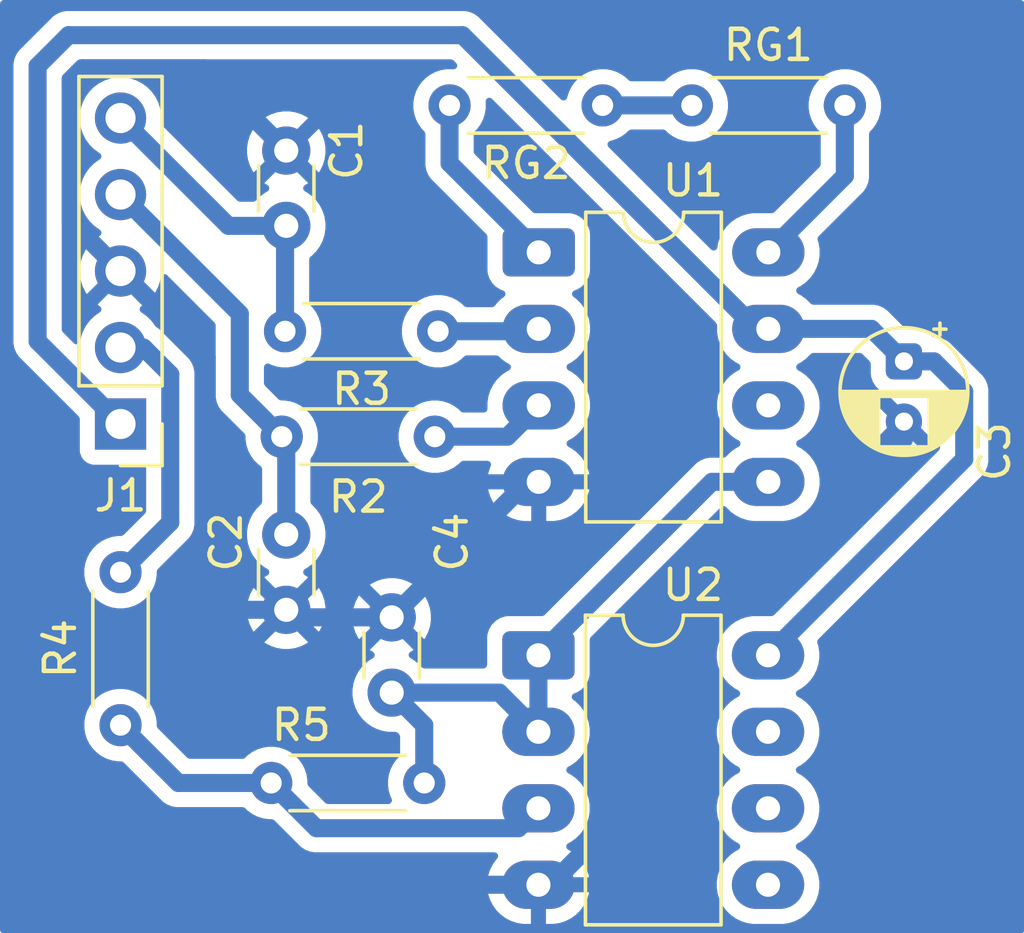
<source format=kicad_pcb>
(kicad_pcb (version 20241229) (generator "pcbnew") (generator_version "9.0")
  (layers (0 "F.Cu" signal) (2 "B.Cu" signal) (13 "F.Paste" user) (15 "B.Paste" user) (5 "F.SilkS" user "F.Silkscreen") (7 "B.SilkS" user "B.Silkscreen") (1 "F.Mask" user) (3 "B.Mask" user) (25 "Edge.Cuts" user))
  (net 0 "")
  (net 2 "/V5")
  (net 3 "GND")
  (net 4 "/V3.3")
  (net 5 "Net-(U1--)")
  (net 6 "Net-(U1-+)")
  (net 7 "Net-(RG1-Pad1)")
  (net 8 "Net-(RG1-Pad2)")
  (net 9 "Net-(RG2-Pad2)")
  (net 10 "/IN+")
  (net 11 "/IN-")
  (net 12 "Net-(U1-Ref)")
  (net 13 "Net-(U2A-+)")
  (footprint "Resistor_THT:R_Axial_DIN0204_L3.6mm_D1.6mm_P5.08mm_Horizontal" (layer "F.Cu") (at 122 159 -90)
    (property "Reference" "R4" (at 2.54 2 90) (layer "F.SilkS"))
    (property "Value" "1k2")
    (fp_line (start 0.62 0.92) (end 4.46 0.92) (stroke (width 0.12)) (layer "F.SilkS"))
    (fp_line (start 0.62 -0.92) (end 4.46 -0.92) (stroke (width 0.12)) (layer "F.SilkS"))
    (pad "1" thru_hole circle (at 0 0 270) (size 1.4 1.4) (drill 0.7) (layers "*.Cu" "*.Mask") (net 4 "/V3.3"))
    (pad "2" thru_hole circle (at 5.08 0 270) (size 1.4 1.4) (drill 0.7) (layers "*.Cu" "*.Mask") (net 13 "Net-(U2A-+)"))
  )
  (footprint "Capacitor_THT:CP_Radial_D4.0mm_P2.00mm" (layer "F.Cu") (at 148 152 -90)
    (property "Reference" "C3" (at 3 -3 90) (layer "F.SilkS"))
    (property "Value" "10u")
    (fp_line (start 1.2 0.84) (end 1.2 2.071) (stroke (width 0.12)) (layer "F.SilkS"))
    (fp_line (start 1.24 0.84) (end 1.24 2.066) (stroke (width 0.12)) (layer "F.SilkS"))
    (fp_line (start 1.28 0.84) (end 1.28 2.061) (stroke (width 0.12)) (layer "F.SilkS"))
    (fp_line (start 1.32 0.84) (end 1.32 2.056) (stroke (width 0.12)) (layer "F.SilkS"))
    (fp_line (start 1.36 0.84) (end 1.36 2.049) (stroke (width 0.12)) (layer "F.SilkS"))
    (fp_line (start 1.4 0.84) (end 1.4 2.042) (stroke (width 0.12)) (layer "F.SilkS"))
    (fp_line (start 1.44 0.84) (end 1.44 2.034) (stroke (width 0.12)) (layer "F.SilkS"))
    (fp_line (start 1.48 0.84) (end 1.48 2.025) (stroke (width 0.12)) (layer "F.SilkS"))
    (fp_line (start 1.52 0.84) (end 1.52 2.015) (stroke (width 0.12)) (layer "F.SilkS"))
    (fp_line (start 1.56 0.84) (end 1.56 2.005) (stroke (width 0.12)) (layer "F.SilkS"))
    (fp_line (start 1.6 0.84) (end 1.6 1.993) (stroke (width 0.12)) (layer "F.SilkS"))
    (fp_line (start 1.64 0.84) (end 1.64 1.981) (stroke (width 0.12)) (layer "F.SilkS"))
    (fp_line (start 1.68 0.84) (end 1.68 1.968) (stroke (width 0.12)) (layer "F.SilkS"))
    (fp_line (start 1.72 0.84) (end 1.72 1.954) (stroke (width 0.12)) (layer "F.SilkS"))
    (fp_line (start 1.76 0.84) (end 1.76 1.939) (stroke (width 0.12)) (layer "F.SilkS"))
    (fp_line (start 1.8 0.84) (end 1.8 1.923) (stroke (width 0.12)) (layer "F.SilkS"))
    (fp_line (start 1.84 0.84) (end 1.84 1.906) (stroke (width 0.12)) (layer "F.SilkS"))
    (fp_line (start 1.88 0.84) (end 1.88 1.889) (stroke (width 0.12)) (layer "F.SilkS"))
    (fp_line (start 1.92 0.84) (end 1.92 1.87) (stroke (width 0.12)) (layer "F.SilkS"))
    (fp_line (start 1.96 0.84) (end 1.96 1.85) (stroke (width 0.12)) (layer "F.SilkS"))
    (fp_line (start 2 0.84) (end 2 1.829) (stroke (width 0.12)) (layer "F.SilkS"))
    (fp_line (start 2.04 0.84) (end 2.04 1.807) (stroke (width 0.12)) (layer "F.SilkS"))
    (fp_line (start 2.08 0.84) (end 2.08 1.784) (stroke (width 0.12)) (layer "F.SilkS"))
    (fp_line (start 2.12 0.84) (end 2.12 1.76) (stroke (width 0.12)) (layer "F.SilkS"))
    (fp_line (start 2.16 0.84) (end 2.16 1.734) (stroke (width 0.12)) (layer "F.SilkS"))
    (fp_line (start 2.2 0.84) (end 2.2 1.708) (stroke (width 0.12)) (layer "F.SilkS"))
    (fp_line (start 2.24 0.84) (end 2.24 1.68) (stroke (width 0.12)) (layer "F.SilkS"))
    (fp_line (start 2.28 0.84) (end 2.28 1.65) (stroke (width 0.12)) (layer "F.SilkS"))
    (fp_line (start 2.32 0.84) (end 2.32 1.619) (stroke (width 0.12)) (layer "F.SilkS"))
    (fp_line (start 2.36 0.84) (end 2.36 1.586) (stroke (width 0.12)) (layer "F.SilkS"))
    (fp_line (start 2.4 0.84) (end 2.4 1.552) (stroke (width 0.12)) (layer "F.SilkS"))
    (fp_line (start 2.44 0.84) (end 2.44 1.516) (stroke (width 0.12)) (layer "F.SilkS"))
    (fp_line (start 2.48 0.84) (end 2.48 1.478) (stroke (width 0.12)) (layer "F.SilkS"))
    (fp_line (start 2.52 0.84) (end 2.52 1.438) (stroke (width 0.12)) (layer "F.SilkS"))
    (fp_line (start 2.56 0.84) (end 2.56 1.396) (stroke (width 0.12)) (layer "F.SilkS"))
    (fp_line (start 2.6 0.84) (end 2.6 1.351) (stroke (width 0.12)) (layer "F.SilkS"))
    (fp_line (start 2.64 0.84) (end 2.64 1.303) (stroke (width 0.12)) (layer "F.SilkS"))
    (fp_line (start 2.68 0.84) (end 2.68 1.253) (stroke (width 0.12)) (layer "F.SilkS"))
    (fp_line (start 2.72 0.84) (end 2.72 1.199) (stroke (width 0.12)) (layer "F.SilkS"))
    (fp_line (start 2.76 0.84) (end 2.76 1.142) (stroke (width 0.12)) (layer "F.SilkS"))
    (fp_line (start 2.8 0.84) (end 2.8 1.08) (stroke (width 0.12)) (layer "F.SilkS"))
    (fp_line (start 3.08 -0.37) (end 3.08 0.37) (stroke (width 0.12)) (layer "F.SilkS"))
    (fp_line (start 3.04 -0.537) (end 3.04 0.537) (stroke (width 0.12)) (layer "F.SilkS"))
    (fp_line (start 3 -0.663) (end 3 0.663) (stroke (width 0.12)) (layer "F.SilkS"))
    (fp_line (start 2.96 -0.768) (end 2.96 0.768) (stroke (width 0.12)) (layer "F.SilkS"))
    (fp_line (start 2.92 -0.859) (end 2.92 0.859) (stroke (width 0.12)) (layer "F.SilkS"))
    (fp_line (start 2.88 -0.94) (end 2.88 0.94) (stroke (width 0.12)) (layer "F.SilkS"))
    (fp_line (start 2.84 -1.013) (end 2.84 1.013) (stroke (width 0.12)) (layer "F.SilkS"))
    (fp_line (start 2.8 -1.08) (end 2.8 -0.84) (stroke (width 0.12)) (layer "F.SilkS"))
    (fp_line (start 2.76 -1.142) (end 2.76 -0.84) (stroke (width 0.12)) (layer "F.SilkS"))
    (fp_line (start -1.269801 -1.195) (end -0.869801 -1.195) (stroke (width 0.12)) (layer "F.SilkS"))
    (fp_line (start 2.72 -1.199) (end 2.72 -0.84) (stroke (width 0.12)) (layer "F.SilkS"))
    (fp_line (start 2.68 -1.253) (end 2.68 -0.84) (stroke (width 0.12)) (layer "F.SilkS"))
    (fp_line (start 2.64 -1.303) (end 2.64 -0.84) (stroke (width 0.12)) (layer "F.SilkS"))
    (fp_line (start 2.6 -1.351) (end 2.6 -0.84) (stroke (width 0.12)) (layer "F.SilkS"))
    (fp_line (start -1.069801 -1.395) (end -1.069801 -0.995) (stroke (width 0.12)) (layer "F.SilkS"))
    (fp_line (start 2.56 -1.396) (end 2.56 -0.84) (stroke (width 0.12)) (layer "F.SilkS"))
    (fp_line (start 2.52 -1.438) (end 2.52 -0.84) (stroke (width 0.12)) (layer "F.SilkS"))
    (fp_line (start 2.48 -1.478) (end 2.48 -0.84) (stroke (width 0.12)) (layer "F.SilkS"))
    (fp_line (start 2.44 -1.516) (end 2.44 -0.84) (stroke (width 0.12)) (layer "F.SilkS"))
    (fp_line (start 2.4 -1.552) (end 2.4 -0.84) (stroke (width 0.12)) (layer "F.SilkS"))
    (fp_line (start 2.36 -1.586) (end 2.36 -0.84) (stroke (width 0.12)) (layer "F.SilkS"))
    (fp_line (start 2.32 -1.619) (end 2.32 -0.84) (stroke (width 0.12)) (layer "F.SilkS"))
    (fp_line (start 2.28 -1.65) (end 2.28 -0.84) (stroke (width 0.12)) (layer "F.SilkS"))
    (fp_line (start 2.24 -1.68) (end 2.24 -0.84) (stroke (width 0.12)) (layer "F.SilkS"))
    (fp_line (start 2.2 -1.708) (end 2.2 -0.84) (stroke (width 0.12)) (layer "F.SilkS"))
    (fp_line (start 2.16 -1.734) (end 2.16 -0.84) (stroke (width 0.12)) (layer "F.SilkS"))
    (fp_line (start 2.12 -1.76) (end 2.12 -0.84) (stroke (width 0.12)) (layer "F.SilkS"))
    (fp_line (start 2.08 -1.784) (end 2.08 -0.84) (stroke (width 0.12)) (layer "F.SilkS"))
    (fp_line (start 2.04 -1.807) (end 2.04 -0.84) (stroke (width 0.12)) (layer "F.SilkS"))
    (fp_line (start 2 -1.829) (end 2 -0.84) (stroke (width 0.12)) (layer "F.SilkS"))
    (fp_line (start 1.96 -1.85) (end 1.96 -0.84) (stroke (width 0.12)) (layer "F.SilkS"))
    (fp_line (start 1.92 -1.87) (end 1.92 -0.84) (stroke (width 0.12)) (layer "F.SilkS"))
    (fp_line (start 1.88 -1.889) (end 1.88 -0.84) (stroke (width 0.12)) (layer "F.SilkS"))
    (fp_line (start 1.84 -1.906) (end 1.84 -0.84) (stroke (width 0.12)) (layer "F.SilkS"))
    (fp_line (start 1.8 -1.923) (end 1.8 -0.84) (stroke (width 0.12)) (layer "F.SilkS"))
    (fp_line (start 1.76 -1.939) (end 1.76 -0.84) (stroke (width 0.12)) (layer "F.SilkS"))
    (fp_line (start 1.72 -1.954) (end 1.72 -0.84) (stroke (width 0.12)) (layer "F.SilkS"))
    (fp_line (start 1.68 -1.968) (end 1.68 -0.84) (stroke (width 0.12)) (layer "F.SilkS"))
    (fp_line (start 1.64 -1.981) (end 1.64 -0.84) (stroke (width 0.12)) (layer "F.SilkS"))
    (fp_line (start 1.6 -1.993) (end 1.6 -0.84) (stroke (width 0.12)) (layer "F.SilkS"))
    (fp_line (start 1.56 -2.005) (end 1.56 -0.84) (stroke (width 0.12)) (layer "F.SilkS"))
    (fp_line (start 1.52 -2.015) (end 1.52 -0.84) (stroke (width 0.12)) (layer "F.SilkS"))
    (fp_line (start 1.48 -2.025) (end 1.48 -0.84) (stroke (width 0.12)) (layer "F.SilkS"))
    (fp_line (start 1.44 -2.034) (end 1.44 -0.84) (stroke (width 0.12)) (layer "F.SilkS"))
    (fp_line (start 1.4 -2.042) (end 1.4 -0.84) (stroke (width 0.12)) (layer "F.SilkS"))
    (fp_line (start 1.36 -2.049) (end 1.36 -0.84) (stroke (width 0.12)) (layer "F.SilkS"))
    (fp_line (start 1.32 -2.056) (end 1.32 -0.84) (stroke (width 0.12)) (layer "F.SilkS"))
    (fp_line (start 1.28 -2.061) (end 1.28 -0.84) (stroke (width 0.12)) (layer "F.SilkS"))
    (fp_line (start 1.24 -2.066) (end 1.24 -0.84) (stroke (width 0.12)) (layer "F.SilkS"))
    (fp_line (start 1.2 -2.071) (end 1.2 -0.84) (stroke (width 0.12)) (layer "F.SilkS"))
    (fp_line (start 1.16 -2.074) (end 1.16 2.074) (stroke (width 0.12)) (layer "F.SilkS"))
    (fp_line (start 1.12 -2.077) (end 1.12 2.077) (stroke (width 0.12)) (layer "F.SilkS"))
    (fp_line (start 1.08 -2.078) (end 1.08 2.078) (stroke (width 0.12)) (layer "F.SilkS"))
    (fp_line (start 1 -2.08) (end 1 2.08) (stroke (width 0.12)) (layer "F.SilkS"))
    (fp_line (start 1.04 -2.08) (end 1.04 2.08) (stroke (width 0.12)) (layer "F.SilkS"))
    (fp_circle (center 1 0) (end 3.12 0) (stroke (width 0.12)) (fill no) (layer "F.SilkS"))
    (pad "1" thru_hole roundrect (at 0 0 270) (size 1.2 1.2) (drill 0.6) (layers "*.Cu" "*.Mask") (roundrect_rratio 0.208333) (net 2 "/V5"))
    (pad "2" thru_hole circle (at 2 0 270) (size 1.2 1.2) (drill 0.6) (layers "*.Cu" "*.Mask") (net 3 "GND"))
  )
  (footprint "Resistor_THT:R_Axial_DIN0204_L3.6mm_D1.6mm_P5.08mm_Horizontal" (layer "F.Cu") (at 132.54 151 180)
    (property "Reference" "R3" (at 2.54 -1.92 0) (layer "F.SilkS"))
    (property "Value" "100")
    (fp_line (start 0.62 0.92) (end 4.46 0.92) (stroke (width 0.12)) (layer "F.SilkS"))
    (fp_line (start 0.62 -0.92) (end 4.46 -0.92) (stroke (width 0.12)) (layer "F.SilkS"))
    (pad "1" thru_hole circle (at 0 0 180) (size 1.4 1.4) (drill 0.7) (layers "*.Cu" "*.Mask") (net 5 "Net-(U1--)"))
    (pad "2" thru_hole circle (at 5.08 0 180) (size 1.4 1.4) (drill 0.7) (layers "*.Cu" "*.Mask") (net 11 "/IN-"))
  )
  (footprint "Connector_PinHeader_2.54mm:PinHeader_1x05_P2.54mm_Vertical" (layer "F.Cu") (at 122 154.08 180)
    (property "Reference" "J1" (at 0 -2.38 0) (layer "F.SilkS"))
    (property "Value" "Conn_01x05_Pin" (hide yes))
    (fp_line (start 1.38 1.27) (end 1.38 11.54) (stroke (width 0.12)) (layer "F.SilkS"))
    (fp_line (start -1.38 11.54) (end 1.38 11.54) (stroke (width 0.12)) (layer "F.SilkS"))
    (fp_line (start -1.38 1.27) (end 1.38 1.27) (stroke (width 0.12)) (layer "F.SilkS"))
    (fp_line (start -1.38 1.27) (end -1.38 11.54) (stroke (width 0.12)) (layer "F.SilkS"))
    (fp_line (start -1.38 0) (end -1.38 -1.38) (stroke (width 0.12)) (layer "F.SilkS"))
    (fp_line (start -1.38 -1.38) (end 0 -1.38) (stroke (width 0.12)) (layer "F.SilkS"))
    (pad "1" thru_hole rect (at 0 0 180) (size 1.7 1.7) (drill 1) (layers "*.Cu" "*.Mask") (net 2 "/V5"))
    (pad "2" thru_hole circle (at 0 2.54 180) (size 1.7 1.7) (drill 1) (layers "*.Cu" "*.Mask") (net 4 "/V3.3"))
    (pad "3" thru_hole circle (at 0 5.08 180) (size 1.7 1.7) (drill 1) (layers "*.Cu" "*.Mask") (net 3 "GND"))
    (pad "4" thru_hole circle (at 0 7.62 180) (size 1.7 1.7) (drill 1) (layers "*.Cu" "*.Mask") (net 10 "/IN+"))
    (pad "5" thru_hole circle (at 0 10.16 180) (size 1.7 1.7) (drill 1) (layers "*.Cu" "*.Mask") (net 11 "/IN-"))
  )
  (footprint "Resistor_THT:R_Axial_DIN0204_L3.6mm_D1.6mm_P5.08mm_Horizontal" (layer "F.Cu") (at 127.35 154.5)
    (property "Reference" "R2" (at 2.54 2 0) (layer "F.SilkS"))
    (property "Value" "100")
    (fp_line (start 0.62 -0.92) (end 4.46 -0.92) (stroke (width 0.12)) (layer "F.SilkS"))
    (fp_line (start 0.62 0.92) (end 4.46 0.92) (stroke (width 0.12)) (layer "F.SilkS"))
    (pad "1" thru_hole circle (at 0 0) (size 1.4 1.4) (drill 0.7) (layers "*.Cu" "*.Mask") (net 10 "/IN+"))
    (pad "2" thru_hole circle (at 5.08 0) (size 1.4 1.4) (drill 0.7) (layers "*.Cu" "*.Mask") (net 6 "Net-(U1-+)"))
  )
  (footprint "Resistor_THT:R_Axial_DIN0204_L3.6mm_D1.6mm_P5.08mm_Horizontal" (layer "F.Cu") (at 138 143.5 180)
    (property "Reference" "RG2" (at 2.54 -1.92 0) (layer "F.SilkS"))
    (property "Value" "300")
    (fp_line (start 0.62 0.92) (end 4.46 0.92) (stroke (width 0.12)) (layer "F.SilkS"))
    (fp_line (start 0.62 -0.92) (end 4.46 -0.92) (stroke (width 0.12)) (layer "F.SilkS"))
    (pad "1" thru_hole circle (at 0 0 180) (size 1.4 1.4) (drill 0.7) (layers "*.Cu" "*.Mask") (net 8 "Net-(RG1-Pad2)"))
    (pad "2" thru_hole circle (at 5.08 0 180) (size 1.4 1.4) (drill 0.7) (layers "*.Cu" "*.Mask") (net 9 "Net-(RG2-Pad2)"))
  )
  (footprint "Capacitor_THT:C_Disc_D3.0mm_W1.6mm_P2.50mm" (layer "F.Cu") (at 127.5 147.5 90)
    (property "Reference" "C1" (at 2.5 2 90) (layer "F.SilkS"))
    (property "Value" "4n7")
    (fp_line (start 0.485 -0.92) (end 2.015 -0.92) (stroke (width 0.12)) (layer "F.SilkS"))
    (fp_line (start 2.015 0.92) (end 0.485 0.92) (stroke (width 0.12)) (layer "F.SilkS"))
    (pad "1" thru_hole circle (at 0 0 90) (size 1.6 1.6) (drill 0.8) (layers "*.Cu" "*.Mask") (net 11 "/IN-"))
    (pad "2" thru_hole circle (at 2.5 0 90) (size 1.6 1.6) (drill 0.8) (layers "*.Cu" "*.Mask") (net 3 "GND"))
  )
  (footprint "Resistor_THT:R_Axial_DIN0204_L3.6mm_D1.6mm_P5.08mm_Horizontal" (layer "F.Cu") (at 146.04 143.5 180)
    (property "Reference" "RG1" (at 2.54 2 0) (layer "F.SilkS"))
    (property "Value" "1k")
    (fp_line (start 0.62 0.92) (end 4.46 0.92) (stroke (width 0.12)) (layer "F.SilkS"))
    (fp_line (start 0.62 -0.92) (end 4.46 -0.92) (stroke (width 0.12)) (layer "F.SilkS"))
    (pad "1" thru_hole circle (at 0 0 180) (size 1.4 1.4) (drill 0.7) (layers "*.Cu" "*.Mask") (net 7 "Net-(RG1-Pad1)"))
    (pad "2" thru_hole circle (at 5.08 0 180) (size 1.4 1.4) (drill 0.7) (layers "*.Cu" "*.Mask") (net 8 "Net-(RG1-Pad2)"))
  )
  (footprint "Resistor_THT:R_Axial_DIN0204_L3.6mm_D1.6mm_P5.08mm_Horizontal" (layer "F.Cu") (at 127 166)
    (property "Reference" "R5" (at 1 -1.92 0) (layer "F.SilkS"))
    (property "Value" "4k7")
    (fp_line (start 0.62 -0.92) (end 4.46 -0.92) (stroke (width 0.12)) (layer "F.SilkS"))
    (fp_line (start 0.62 0.92) (end 4.46 0.92) (stroke (width 0.12)) (layer "F.SilkS"))
    (pad "1" thru_hole circle (at 0 0) (size 1.4 1.4) (drill 0.7) (layers "*.Cu" "*.Mask") (net 13 "Net-(U2A-+)"))
    (pad "2" thru_hole circle (at 5.08 0) (size 1.4 1.4) (drill 0.7) (layers "*.Cu" "*.Mask") (net 12 "Net-(U1-Ref)"))
  )
  (footprint "Capacitor_THT:C_Disc_D3.0mm_W1.6mm_P2.50mm" (layer "F.Cu") (at 127.5 157.75 -90)
    (property "Reference" "C2" (at 0.25 2 90) (layer "F.SilkS"))
    (property "Value" "4n7")
    (fp_line (start 2.015 0.92) (end 0.485 0.92) (stroke (width 0.12)) (layer "F.SilkS"))
    (fp_line (start 0.485 -0.92) (end 2.015 -0.92) (stroke (width 0.12)) (layer "F.SilkS"))
    (pad "1" thru_hole circle (at 0 0 270) (size 1.6 1.6) (drill 0.8) (layers "*.Cu" "*.Mask") (net 10 "/IN+"))
    (pad "2" thru_hole circle (at 2.5 0 270) (size 1.6 1.6) (drill 0.8) (layers "*.Cu" "*.Mask") (net 3 "GND"))
  )
  (footprint "Capacitor_THT:C_Disc_D3.0mm_W1.6mm_P2.50mm" (layer "F.Cu") (at 131 163 90)
    (property "Reference" "C4" (at 5 2 90) (layer "F.SilkS"))
    (property "Value" "100n")
    (fp_line (start 0.485 -0.92) (end 2.015 -0.92) (stroke (width 0.12)) (layer "F.SilkS"))
    (fp_line (start 2.015 0.92) (end 0.485 0.92) (stroke (width 0.12)) (layer "F.SilkS"))
    (pad "1" thru_hole circle (at 0 0 90) (size 1.6 1.6) (drill 0.8) (layers "*.Cu" "*.Mask") (net 12 "Net-(U1-Ref)"))
    (pad "2" thru_hole circle (at 2.5 0 90) (size 1.6 1.6) (drill 0.8) (layers "*.Cu" "*.Mask") (net 3 "GND"))
  )
  (footprint "Package_DIP:DIP-8_W7.62mm_LongPads" (layer "F.Cu") (at 135.88 148.38)
    (property "Reference" "U1" (at 5.12 -2.38 0) (layer "F.SilkS"))
    (property "Value" "AD620")
    (fp_line (start 1.56 -1.33) (end 1.56 8.95) (stroke (width 0.12)) (layer "F.SilkS"))
    (fp_line (start 1.56 8.95) (end 6.06 8.95) (stroke (width 0.12)) (layer "F.SilkS"))
    (fp_line (start 2.81 -1.33) (end 1.56 -1.33) (stroke (width 0.12)) (layer "F.SilkS"))
    (fp_line (start 6.06 -1.33) (end 4.81 -1.33) (stroke (width 0.12)) (layer "F.SilkS"))
    (fp_line (start 6.06 8.95) (end 6.06 -1.33) (stroke (width 0.12)) (layer "F.SilkS"))
    (fp_arc (start 4.81 -1.33) (mid 3.81 -0.33) (end 2.81 -1.33) (stroke (width 0.12)) (layer "F.SilkS"))
    (pad "1" thru_hole roundrect (at 0 0) (size 2.4 1.6) (drill 0.8) (layers "*.Cu" "*.Mask") (roundrect_rratio 0.15625) (net 9 "Net-(RG2-Pad2)"))
    (pad "2" thru_hole oval (at 0 2.54) (size 2.4 1.6) (drill 0.8) (layers "*.Cu" "*.Mask") (net 5 "Net-(U1--)"))
    (pad "3" thru_hole oval (at 0 5.08) (size 2.4 1.6) (drill 0.8) (layers "*.Cu" "*.Mask") (net 6 "Net-(U1-+)"))
    (pad "4" thru_hole oval (at 0 7.62) (size 2.4 1.6) (drill 0.8) (layers "*.Cu" "*.Mask") (net 3 "GND"))
    (pad "5" thru_hole oval (at 7.62 7.62) (size 2.4 1.6) (drill 0.8) (layers "*.Cu" "*.Mask") (net 12 "Net-(U1-Ref)"))
    (pad "6" thru_hole oval (at 7.62 5.08) (size 2.4 1.6) (drill 0.8) (layers "*.Cu" "*.Mask"))
    (pad "7" thru_hole oval (at 7.62 2.54) (size 2.4 1.6) (drill 0.8) (layers "*.Cu" "*.Mask") (net 2 "/V5"))
    (pad "8" thru_hole oval (at 7.62 0) (size 2.4 1.6) (drill 0.8) (layers "*.Cu" "*.Mask") (net 7 "Net-(RG1-Pad1)"))
  )
  (footprint "Package_DIP:DIP-8_W7.62mm_LongPads" (layer "F.Cu") (at 135.87 161.76)
    (property "Reference" "U2" (at 5.13 -2.33 0) (layer "F.SilkS"))
    (property "Value" "LM358")
    (fp_line (start 1.56 -1.33) (end 1.56 8.95) (stroke (width 0.12)) (layer "F.SilkS"))
    (fp_line (start 1.56 8.95) (end 6.06 8.95) (stroke (width 0.12)) (layer "F.SilkS"))
    (fp_line (start 2.81 -1.33) (end 1.56 -1.33) (stroke (width 0.12)) (layer "F.SilkS"))
    (fp_line (start 6.06 -1.33) (end 4.81 -1.33) (stroke (width 0.12)) (layer "F.SilkS"))
    (fp_line (start 6.06 8.95) (end 6.06 -1.33) (stroke (width 0.12)) (layer "F.SilkS"))
    (fp_arc (start 4.81 -1.33) (mid 3.81 -0.33) (end 2.81 -1.33) (stroke (width 0.12)) (layer "F.SilkS"))
    (pad "1" thru_hole roundrect (at 0 0) (size 2.4 1.6) (drill 0.8) (layers "*.Cu" "*.Mask") (roundrect_rratio 0.15625) (net 12 "Net-(U1-Ref)"))
    (pad "2" thru_hole oval (at 0 2.54) (size 2.4 1.6) (drill 0.8) (layers "*.Cu" "*.Mask") (net 12 "Net-(U1-Ref)"))
    (pad "3" thru_hole oval (at 0 5.08) (size 2.4 1.6) (drill 0.8) (layers "*.Cu" "*.Mask") (net 13 "Net-(U2A-+)"))
    (pad "4" thru_hole oval (at 0 7.62) (size 2.4 1.6) (drill 0.8) (layers "*.Cu" "*.Mask") (net 3 "GND"))
    (pad "5" thru_hole oval (at 7.62 7.62) (size 2.4 1.6) (drill 0.8) (layers "*.Cu" "*.Mask"))
    (pad "6" thru_hole oval (at 7.62 5.08) (size 2.4 1.6) (drill 0.8) (layers "*.Cu" "*.Mask"))
    (pad "7" thru_hole oval (at 7.62 2.54) (size 2.4 1.6) (drill 0.8) (layers "*.Cu" "*.Mask"))
    (pad "8" thru_hole oval (at 7.62 0) (size 2.4 1.6) (drill 0.8) (layers "*.Cu" "*.Mask") (net 2 "/V5"))
  )
  (segment (start 119.248 151.328) (end 119.248 142.19495) (width 0.6) (layer "B.Cu") (net 2))
  (segment (start 146.92 150.92) (end 148 152) (width 0.6) (layer "B.Cu") (net 2))
  (segment (start 143.5 150.92) (end 146.92 150.92) (width 0.6) (layer "B.Cu") (net 2))
  (segment (start 150 155.25) (end 150 153) (width 0.6) (layer "B.Cu") (net 2))
  (segment (start 133.348 141.168) (end 143.1 150.92) (width 0.6) (layer "B.Cu") (net 2))
  (segment (start 150 153) (end 149 152) (width 0.6) (layer "B.Cu") (net 2))
  (segment (start 143.1 150.92) (end 143.5 150.92) (width 0.6) (layer "B.Cu") (net 2))
  (segment (start 119.248 142.19495) (end 120.274951 141.168) (width 0.6) (layer "B.Cu") (net 2))
  (segment (start 122 154.08) (end 119.248 151.328) (width 0.6) (layer "B.Cu") (net 2))
  (segment (start 143.49 161.76) (end 150 155.25) (width 0.6) (layer "B.Cu") (net 2))
  (segment (start 120.274951 141.168) (end 133.348 141.168) (width 0.6) (layer "B.Cu") (net 2))
  (segment (start 149 152) (end 148 152) (width 0.6) (layer "B.Cu") (net 2))
  (segment (start 135.5 156) (end 135.88 156) (width 0.6) (layer "B.Cu") (net 3))
  (segment (start 120.499 164.701735) (end 120.499 163.458265) (width 0.6) (layer "B.Cu") (net 3))
  (segment (start 124.769 142.269) (end 120.731 142.269) (width 0.6) (layer "B.Cu") (net 3))
  (segment (start 125.177265 169.38) (end 120.499 164.701735) (width 0.6) (layer "B.Cu") (net 3))
  (segment (start 148 154.585844) (end 137.871 164.714844) (width 0.6) (layer "B.Cu") (net 3))
  (segment (start 131 160.5) (end 127.75 160.5) (width 0.6) (layer "B.Cu") (net 3))
  (segment (start 127.5 145) (end 124.769 142.269) (width 0.6) (layer "B.Cu") (net 3))
  (segment (start 137.871 167.779) (end 136.27 169.38) (width 0.6) (layer "B.Cu") (net 3))
  (segment (start 123.707265 160.25) (end 125 160.25) (width 0.6) (layer "B.Cu") (net 3))
  (segment (start 120.731 142.269) (end 120.349 142.651) (width 0.6) (layer "B.Cu") (net 3))
  (segment (start 135.75 169.5) (end 135.87 169.38) (width 0.6) (layer "B.Cu") (net 3))
  (segment (start 124.858 151.858) (end 124.858 160.108) (width 0.6) (layer "B.Cu") (net 3))
  (segment (start 120.349 147.349) (end 122 149) (width 0.6) (layer "B.Cu") (net 3))
  (segment (start 124.858 160.108) (end 125 160.25) (width 0.6) (layer "B.Cu") (net 3))
  (segment (start 125 160.25) (end 127.5 160.25) (width 0.6) (layer "B.Cu") (net 3))
  (segment (start 122 149) (end 124.858 151.858) (width 0.6) (layer "B.Cu") (net 3))
  (segment (start 120.499 163.458265) (end 123.707265 160.25) (width 0.6) (layer "B.Cu") (net 3))
  (segment (start 137.871 164.714844) (end 137.871 167.779) (width 0.6) (layer "B.Cu") (net 3))
  (segment (start 148 154) (end 148 154.585844) (width 0.6) (layer "B.Cu") (net 3))
  (segment (start 131 160.5) (end 135.5 156) (width 0.6) (layer "B.Cu") (net 3))
  (segment (start 120.349 142.651) (end 120.349 147.349) (width 0.6) (layer "B.Cu") (net 3))
  (segment (start 136.27 169.38) (end 135.87 169.38) (width 0.6) (layer "B.Cu") (net 3))
  (segment (start 127.75 160.5) (end 127.5 160.25) (width 0.6) (layer "B.Cu") (net 3))
  (segment (start 135.87 169.38) (end 125.177265 169.38) (width 0.6) (layer "B.Cu") (net 3))
  (segment (start 123.651 152.429) (end 123.651 157.349) (width 0.6) (layer "B.Cu") (net 4))
  (segment (start 122.762 151.54) (end 123.651 152.429) (width 0.6) (layer "B.Cu") (net 4))
  (segment (start 123.651 157.349) (end 122 159) (width 0.6) (layer "B.Cu") (net 4))
  (segment (start 122 151.54) (end 122.762 151.54) (width 0.6) (layer "B.Cu") (net 4))
  (segment (start 135.8 151) (end 135.88 150.92) (width 0.6) (layer "B.Cu") (net 5))
  (segment (start 132.54 151) (end 135.8 151) (width 0.6) (layer "B.Cu") (net 5))
  (segment (start 134.84 154.5) (end 135.88 153.46) (width 0.6) (layer "B.Cu") (net 6))
  (segment (start 132.43 154.5) (end 134.84 154.5) (width 0.6) (layer "B.Cu") (net 6))
  (segment (start 146.04 143.5) (end 146.04 145.84) (width 0.6) (layer "B.Cu") (net 7))
  (segment (start 146.04 145.84) (end 143.5 148.38) (width 0.6) (layer "B.Cu") (net 7))
  (segment (start 138 143.5) (end 140.96 143.5) (width 0.6) (layer "B.Cu") (net 8))
  (segment (start 132.92 145.42) (end 132.92 143.5) (width 0.6) (layer "B.Cu") (net 9))
  (segment (start 135.88 148.38) (end 132.92 145.42) (width 0.6) (layer "B.Cu") (net 9))
  (segment (start 125.959 150.419) (end 122 146.46) (width 0.6) (layer "B.Cu") (net 10))
  (segment (start 127.35 154.5) (end 125.959 153.109) (width 0.6) (layer "B.Cu") (net 10))
  (segment (start 127.5 154.65) (end 127.35 154.5) (width 0.6) (layer "B.Cu") (net 10))
  (segment (start 127.5 157.75) (end 127.5 154.65) (width 0.6) (layer "B.Cu") (net 10))
  (segment (start 125.959 153.109) (end 125.959 150.419) (width 0.6) (layer "B.Cu") (net 10))
  (segment (start 127.46 147.54) (end 127.5 147.5) (width 0.6) (layer "B.Cu") (net 11))
  (segment (start 125.58 147.5) (end 127.5 147.5) (width 0.6) (layer "B.Cu") (net 11))
  (segment (start 122 143.92) (end 125.58 147.5) (width 0.6) (layer "B.Cu") (net 11))
  (segment (start 127.46 151) (end 127.46 147.54) (width 0.6) (layer "B.Cu") (net 11))
  (segment (start 132.08 164.08) (end 131 163) (width 0.6) (layer "B.Cu") (net 12))
  (segment (start 135.87 164.3) (end 135.87 161.76) (width 0.6) (layer "B.Cu") (net 12))
  (segment (start 132.08 166) (end 132.08 164.08) (width 0.6) (layer "B.Cu") (net 12))
  (segment (start 131 163) (end 134.57 163) (width 0.6) (layer "B.Cu") (net 12))
  (segment (start 143.5 156) (end 141.63 156) (width 0.6) (layer "B.Cu") (net 12))
  (segment (start 141.63 156) (end 135.87 161.76) (width 0.6) (layer "B.Cu") (net 12))
  (segment (start 134.57 163) (end 135.87 164.3) (width 0.6) (layer "B.Cu") (net 12))
  (segment (start 135.209 167.501) (end 128.501 167.501) (width 0.6) (layer "B.Cu") (net 13))
  (segment (start 127 166) (end 123.92 166) (width 0.6) (layer "B.Cu") (net 13))
  (segment (start 128.501 167.501) (end 127 166) (width 0.6) (layer "B.Cu") (net 13))
  (segment (start 135.87 166.84) (end 135.209 167.501) (width 0.6) (layer "B.Cu") (net 13))
  (segment (start 123.92 166) (end 122 164.08) (width 0.6) (layer "B.Cu") (net 13))
  (zone (net 3) (net_name "GND") (layer "B.Cu") (connect_pads (clearance 0.5)) (min_thickness 0.25) (fill yes (thermal_gap 0.5) (thermal_bridge_width 0.5))
    (polygon (pts (xy 118 140) (xy 152 140) (xy 152 171) (xy 118 171)))
  )
)
</source>
